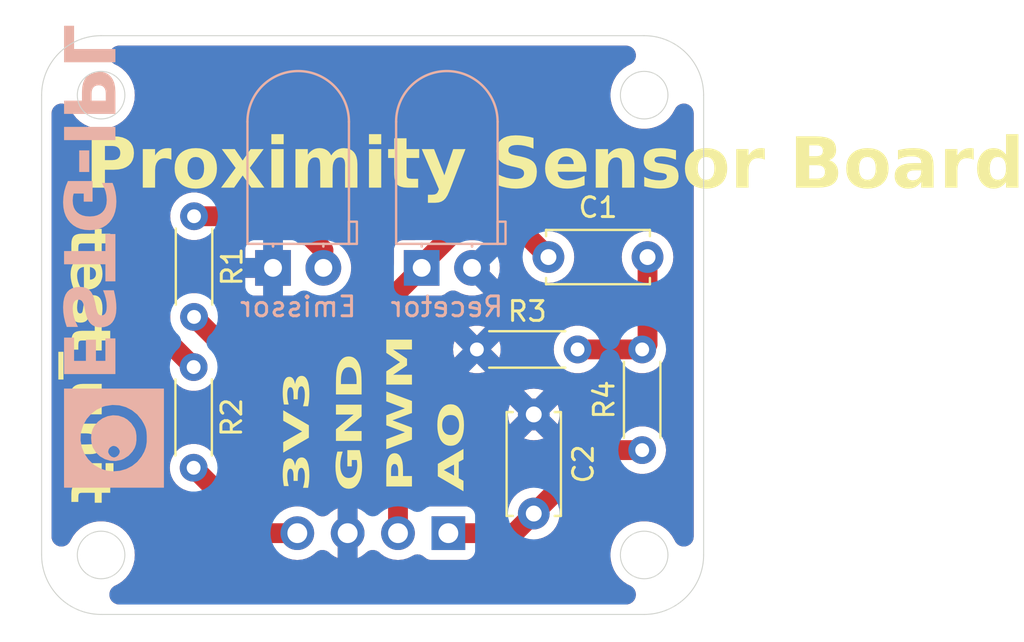
<source format=kicad_pcb>
(kicad_pcb (version 20240108) (generator "pcbnew") (generator_version "8.0")
  (layers (0 "F.Cu" signal) (31 "B.Cu" signal) (34 "B.Paste" user) (35 "F.Paste" user) (36 "B.SilkS" user "B.Silkscreen") (37 "F.SilkS" user "F.Silkscreen") (38 "B.Mask" user) (39 "F.Mask" user) (44 "Edge.Cuts" user))
  (net 0 "")
  (net 1 "+3V3")
  (net 2 "GND")
  (net 3 "Net-(Recetor1-K)")
  (net 4 "AO")
  (net 5 "Net-(Emissor1-A)")
  (net 6 "PWM")
  (net 7 "Net-(C1-Pad2)")
  (footprint "Resistor_THT:R_Axial_DIN0204_L3.6mm_D1.6mm_P5.08mm_Horizontal" (layer "F.Cu") (at 142.67 95.02 -90)
    (property "Reference" "R2" (at 2.54 -1.92 90) (layer "F.SilkS"))
    (property "Value" "100k")
    (fp_line (start 0.62 0.92) (end 4.46 0.92) (stroke (width 0.12)) (layer "F.SilkS"))
    (fp_line (start 0.62 -0.92) (end 4.46 -0.92) (stroke (width 0.12)) (layer "F.SilkS"))
    (pad "1" thru_hole circle (at 0 0 270) (size 1.4 1.4) (drill 0.7) (layers "*.Cu" "*.Mask") (net 3 "Net-(Recetor1-K)"))
    (pad "2" thru_hole oval (at 5.08 0 270) (size 1.4 1.4) (drill 0.7) (layers "*.Cu" "*.Mask") (net 1 "+3V3"))
  )
  (footprint "Connector_PinHeader_2.54mm:PinHeader_1x04_P2.54mm_Horizontal" (layer "F.Cu") (at 155.52 103.4 -90)
    (property "Reference" "J1" (hide yes))
    (property "Value" "Conn_01x04_Socket" (hide yes))
    (pad "1" thru_hole rect (at 0 0 270) (size 1.7 1.7) (drill 1) (layers "*.Cu" "*.Mask") (net 4 "AO"))
    (pad "2" thru_hole oval (at 0 2.54 270) (size 1.7 1.7) (drill 1) (layers "*.Cu" "*.Mask") (net 6 "PWM"))
    (pad "3" thru_hole oval (at 0 5.08 270) (size 1.7 1.7) (drill 1) (layers "*.Cu" "*.Mask") (net 2 "GND"))
    (pad "4" thru_hole oval (at 0 7.62 270) (size 1.7 1.7) (drill 1) (layers "*.Cu" "*.Mask") (net 1 "+3V3"))
  )
  (footprint "Resistor_THT:R_Axial_DIN0204_L3.6mm_D1.6mm_P5.08mm_Horizontal" (layer "F.Cu") (at 165.3 99.21 90)
    (property "Reference" "R4" (at 2.54 -1.92 90) (layer "F.SilkS"))
    (property "Value" "100k")
    (fp_line (start 0.62 -0.92) (end 4.46 -0.92) (stroke (width 0.12)) (layer "F.SilkS"))
    (fp_line (start 0.62 0.92) (end 4.46 0.92) (stroke (width 0.12)) (layer "F.SilkS"))
    (pad "1" thru_hole circle (at 0 0 90) (size 1.4 1.4) (drill 0.7) (layers "*.Cu" "*.Mask") (net 4 "AO"))
    (pad "2" thru_hole oval (at 5.08 0 90) (size 1.4 1.4) (drill 0.7) (layers "*.Cu" "*.Mask") (net 7 "Net-(C1-Pad2)"))
  )
  (footprint "Capacitor_THT:C_Disc_D5.0mm_W2.5mm_P5.00mm" (layer "F.Cu") (at 159.83 97.41 -90)
    (property "Reference" "C2" (at 2.5 -2.5 90) (layer "F.SilkS"))
    (property "Value" "100nF")
    (fp_line (start -0.12 1.37) (end 5.12 1.37) (stroke (width 0.12)) (layer "F.SilkS"))
    (fp_line (start -0.12 1.055) (end -0.12 1.37) (stroke (width 0.12)) (layer "F.SilkS"))
    (fp_line (start 5.12 1.055) (end 5.12 1.37) (stroke (width 0.12)) (layer "F.SilkS"))
    (fp_line (start -0.12 -1.37) (end -0.12 -1.055) (stroke (width 0.12)) (layer "F.SilkS"))
    (fp_line (start -0.12 -1.37) (end 5.12 -1.37) (stroke (width 0.12)) (layer "F.SilkS"))
    (fp_line (start 5.12 -1.37) (end 5.12 -1.055) (stroke (width 0.12)) (layer "F.SilkS"))
    (pad "1" thru_hole circle (at 0 0 270) (size 1.6 1.6) (drill 0.8) (layers "*.Cu" "*.Mask") (net 2 "GND"))
    (pad "2" thru_hole circle (at 5 0 270) (size 1.6 1.6) (drill 0.8) (layers "*.Cu" "*.Mask") (net 4 "AO"))
  )
  (footprint "Resistor_THT:R_Axial_DIN0204_L3.6mm_D1.6mm_P5.08mm_Horizontal" (layer "F.Cu") (at 156.96 94.13)
    (property "Reference" "R3" (at 2.54 -1.92 0) (layer "F.SilkS"))
    (property "Value" "100k")
    (fp_line (start 0.62 -0.92) (end 4.46 -0.92) (stroke (width 0.12)) (layer "F.SilkS"))
    (fp_line (start 0.62 0.92) (end 4.46 0.92) (stroke (width 0.12)) (layer "F.SilkS"))
    (pad "1" thru_hole circle (at 0 0) (size 1.4 1.4) (drill 0.7) (layers "*.Cu" "*.Mask") (net 2 "GND"))
    (pad "2" thru_hole oval (at 5.08 0) (size 1.4 1.4) (drill 0.7) (layers "*.Cu" "*.Mask") (net 7 "Net-(C1-Pad2)"))
  )
  (footprint "Resistor_THT:R_Axial_DIN0204_L3.6mm_D1.6mm_P5.08mm_Horizontal" (layer "F.Cu") (at 142.69 87.41 -90)
    (property "Reference" "R1" (at 2.54 -1.92 90) (layer "F.SilkS"))
    (property "Value" "100k")
    (fp_line (start 0.62 0.92) (end 4.46 0.92) (stroke (width 0.12)) (layer "F.SilkS"))
    (fp_line (start 0.62 -0.92) (end 4.46 -0.92) (stroke (width 0.12)) (layer "F.SilkS"))
    (pad "1" thru_hole circle (at 0 0 270) (size 1.4 1.4) (drill 0.7) (layers "*.Cu" "*.Mask") (net 5 "Net-(Emissor1-A)"))
    (pad "2" thru_hole oval (at 5.08 0 270) (size 1.4 1.4) (drill 0.7) (layers "*.Cu" "*.Mask") (net 6 "PWM"))
  )
  (footprint "Capacitor_THT:C_Disc_D5.0mm_W2.5mm_P5.00mm" (layer "F.Cu") (at 160.57 89.47)
    (property "Reference" "C1" (at 2.5 -2.5 0) (layer "F.SilkS"))
    (property "Value" "100nF")
    (fp_line (start -0.12 -1.37) (end -0.12 -1.055) (stroke (width 0.12)) (layer "F.SilkS"))
    (fp_line (start -0.12 -1.37) (end 5.12 -1.37) (stroke (width 0.12)) (layer "F.SilkS"))
    (fp_line (start -0.12 1.055) (end -0.12 1.37) (stroke (width 0.12)) (layer "F.SilkS"))
    (fp_line (start -0.12 1.37) (end 5.12 1.37) (stroke (width 0.12)) (layer "F.SilkS"))
    (fp_line (start 5.12 -1.37) (end 5.12 -1.055) (stroke (width 0.12)) (layer "F.SilkS"))
    (fp_line (start 5.12 1.055) (end 5.12 1.37) (stroke (width 0.12)) (layer "F.SilkS"))
    (pad "1" thru_hole circle (at 0 0) (size 1.6 1.6) (drill 0.8) (layers "*.Cu" "*.Mask") (net 3 "Net-(Recetor1-K)"))
    (pad "2" thru_hole circle (at 5 0) (size 1.6 1.6) (drill 0.8) (layers "*.Cu" "*.Mask") (net 7 "Net-(C1-Pad2)"))
  )
  (footprint "LED_THT:LED_D5.0mm_Horizontal_O1.27mm_Z3.0mm_Clear" (layer "B.Cu") (at 146.675 90.015)
    (property "Reference" "Emissor" (at 1.27 1.96 0) (layer "B.SilkS") (effects (justify mirror)))
    (property "Value" "IR204A")
    (fp_line (start -1.29 -7.37) (end -1.29 -1.21) (stroke (width 0.12)) (layer "B.SilkS"))
    (fp_line (start 0 -1.21) (end 0 -1.21) (stroke (width 0.12)) (layer "B.SilkS"))
    (fp_line (start 0 -1.21) (end 0 -1.08) (stroke (width 0.12)) (layer "B.SilkS"))
    (fp_line (start 0 -1.08) (end 0 -1.21) (stroke (width 0.12)) (layer "B.SilkS"))
    (fp_line (start 0 -1.08) (end 0 -1.08) (stroke (width 0.12)) (layer "B.SilkS"))
    (fp_line (start 2.54 -1.21) (end 2.54 -1.21) (stroke (width 0.12)) (layer "B.SilkS"))
    (fp_line (start 2.54 -1.21) (end 2.54 -1.08) (stroke (width 0.12)) (layer "B.SilkS"))
    (fp_line (start 2.54 -1.08) (end 2.54 -1.21) (stroke (width 0.12)) (layer "B.SilkS"))
    (fp_line (start 2.54 -1.08) (end 2.54 -1.08) (stroke (width 0.12)) (layer "B.SilkS"))
    (fp_line (start 3.83 -7.37) (end 3.83 -1.21) (stroke (width 0.12)) (layer "B.SilkS"))
    (fp_line (start 3.83 -2.33) (end 4.23 -2.33) (stroke (width 0.12)) (layer "B.SilkS"))
    (fp_line (start 3.83 -1.21) (end -1.29 -1.21) (stroke (width 0.12)) (layer "B.SilkS"))
    (fp_line (start 3.83 -1.21) (end 3.83 -2.33) (stroke (width 0.12)) (layer "B.SilkS"))
    (fp_line (start 4.23 -2.33) (end 4.23 -1.21) (stroke (width 0.12)) (layer "B.SilkS"))
    (fp_line (start 4.23 -1.21) (end 3.83 -1.21) (stroke (width 0.12)) (layer "B.SilkS"))
    (fp_arc (start -1.29 -7.37) (mid 1.27 -9.93) (end 3.83 -7.37) (stroke (width 0.12)) (layer "B.SilkS"))
    (pad "1" thru_hole rect (at 0 0) (size 1.8 1.8) (drill 0.9) (layers "*.Cu" "*.Mask") (net 2 "GND"))
    (pad "2" thru_hole circle (at 2.54 0) (size 1.8 1.8) (drill 0.9) (layers "*.Cu" "*.Mask") (net 5 "Net-(Emissor1-A)"))
  )
  (footprint "LOGO" (layer "B.Cu") (at 138.670016 98.604578 90)
    (property "Reference" "G***" (hide yes))
    (property "Value" "LOGO" (hide yes))
    (fp_poly (pts (xy 2.500923 -0.019538) (xy 2.500923 -2.54) (xy 0 -2.54) (xy -2.500923 -2.54) (xy -2.500923 -0.044539) (xy -1.674774 -0.044539) (xy -1.640412 -0.373351) (xy -1.540809 -0.691696) (xy -1.374224 -0.988542) (xy -1.313562 -1.068506) (xy -1.061763 -1.322363) (xy -0.771087 -1.515764) (xy -0.452424 -1.644662) (xy -0.116659 -1.705013) (xy 0.225319 -1.692767) (xy 0.320461 -1.67583) (xy 0.661685 -1.56633) (xy 0.967138 -1.393016) (xy 1.228376 -1.163845) (xy 1.436958 -0.886773) (xy 1.584442 -0.569756) (xy 1.620037 -0.450943) (xy 1.67354 -0.096729) (xy 1.65316 0.249816) (xy 1.563152 0.579516) (xy 1.407771 0.883194) (xy 1.191275 1.151674) (xy 0.917917 1.375781) (xy 0.720279 1.489141) (xy 0.575806 1.555057) (xy 0.449712 1.596214) (xy 0.31135 1.619759) (xy 0.130075 1.632835) (xy 0.097544 1.634323) (xy -0.199828 1.632127) (xy -0.451926 1.592226) (xy -0.685269 1.507804) (xy -0.926375 1.372042) (xy -0.928863 1.370436) (xy -1.194608 1.154757) (xy -1.403811 0.894389) (xy -1.554733 0.600363) (xy -1.645634 0.28371) (xy -1.674774 -0.044539) (xy -2.500923 -0.044539) (xy -2.500923 -0.019538) (xy -2.500923 2.500923) (xy 0 2.500923) (xy 2.500923 2.500923)) (fill solid) (layer "B.SilkS"))
    (fp_poly (pts (xy 0.129554 1.114539) (xy 0.344688 1.080893) (xy 0.497144 1.025061) (xy 0.750518 0.856142) (xy 0.941697 0.648396) (xy 1.042655 0.477413) (xy 1.133606 0.207913) (xy 1.153649 -0.069327) (xy 1.107397 -0.341918) (xy 0.99946 -0.597475) (xy 0.83445 -0.823611) (xy 0.616978 -1.00794) (xy 0.456821 -1.09625) (xy 0.254463 -1.155294) (xy 0.016016 -1.174832) (xy -0.227511 -1.155434) (xy -0.44511 -1.097668) (xy -0.488462 -1.078904) (xy -0.732255 -0.923233) (xy -0.925253 -0.71845) (xy -1.062968 -0.477122) (xy -1.14091 -0.211819) (xy -1.150417 -0.019538) (xy -0.976923 -0.019538) (xy -0.942569 -0.134033) (xy -0.856359 -0.236298) (xy -0.743568 -0.30152) (xy -0.678372 -0.312615) (xy -0.572661 -0.286007) (xy -0.481211 -0.227649) (xy -0.408829 -0.118683) (xy -0.39077 -0.030489) (xy -0.424167 0.089952) (xy -0.50847 0.195874) (xy -0.619845 0.262551) (xy -0.683847 0.273539) (xy -0.781281 0.246447) (xy -0.877647 0.180924) (xy -0.881007 0.177623) (xy -0.947647 0.082386) (xy -0.976867 -0.015997) (xy -0.976923 -0.019538) (xy -1.150417 -0.019538) (xy -1.154592 0.064889) (xy -1.099525 0.340434) (xy -1.043742 0.47602) (xy -0.888538 0.717468) (xy -0.679289 0.912038) (xy -0.497145 1.025061) (xy -0.320635 1.086623) (xy -0.101978 1.116448)) (fill solid) (layer "B.SilkS"))
  )
  (footprint "LED_THT:LED_D5.0mm_Horizontal_O1.27mm_Z3.0mm_IRBlack" (layer "B.Cu") (at 154.175 90.015)
    (property "Reference" "Recetor" (at 1.27 1.96 0) (layer "B.SilkS") (effects (justify mirror)))
    (property "Value" "AA")
    (fp_line (start -1.29 -7.37) (end -1.29 -1.21) (stroke (width 0.12)) (layer "B.SilkS"))
    (fp_line (start 0 -1.21) (end 0 -1.21) (stroke (width 0.12)) (layer "B.SilkS"))
    (fp_line (start 0 -1.21) (end 0 -1.08) (stroke (width 0.12)) (layer "B.SilkS"))
    (fp_line (start 0 -1.08) (end 0 -1.21) (stroke (width 0.12)) (layer "B.SilkS"))
    (fp_line (start 0 -1.08) (end 0 -1.08) (stroke (width 0.12)) (layer "B.SilkS"))
    (fp_line (start 2.54 -1.21) (end 2.54 -1.21) (stroke (width 0.12)) (layer "B.SilkS"))
    (fp_line (start 2.54 -1.21) (end 2.54 -1.08) (stroke (width 0.12)) (layer "B.SilkS"))
    (fp_line (start 2.54 -1.08) (end 2.54 -1.21) (stroke (width 0.12)) (layer "B.SilkS"))
    (fp_line (start 2.54 -1.08) (end 2.54 -1.08) (stroke (width 0.12)) (layer "B.SilkS"))
    (fp_line (start 3.83 -7.37) (end 3.83 -1.21) (stroke (width 0.12)) (layer "B.SilkS"))
    (fp_line (start 3.83 -2.33) (end 4.23 -2.33) (stroke (width 0.12)) (layer "B.SilkS"))
    (fp_line (start 3.83 -1.21) (end -1.29 -1.21) (stroke (width 0.12)) (layer "B.SilkS"))
    (fp_line (start 3.83 -1.21) (end 3.83 -2.33) (stroke (width 0.12)) (layer "B.SilkS"))
    (fp_line (start 4.23 -2.33) (end 4.23 -1.21) (stroke (width 0.12)) (layer "B.SilkS"))
    (fp_line (start 4.23 -1.21) (end 3.83 -1.21) (stroke (width 0.12)) (layer "B.SilkS"))
    (fp_arc (start -1.29 -7.37) (mid 1.27 -9.93) (end 3.83 -7.37) (stroke (width 0.12)) (layer "B.SilkS"))
    (pad "1" thru_hole rect (at 0 0) (size 1.8 1.8) (drill 0.9) (layers "*.Cu" "*.Mask") (net 3 "Net-(Recetor1-K)"))
    (pad "2" thru_hole circle (at 2.54 0) (size 1.8 1.8) (drill 0.9) (layers "*.Cu" "*.Mask") (net 2 "GND"))
  )
  (gr_line (start 138 78.3) (end 165.4 78.3) (stroke (width 0.05)) (layer "Edge.Cuts"))
  (gr_circle (center 138 104.5) (end 139.2 104.5) (stroke (width 0.05)) (fill none) (layer "Edge.Cuts"))
  (gr_arc (start 135 81.3) (mid 135.87868 79.17868) (end 138 78.3) (stroke (width 0.05)) (layer "Edge.Cuts"))
  (gr_arc (start 165.4 78.3) (mid 167.52132 79.17868) (end 168.4 81.3) (stroke (width 0.05)) (layer "Edge.Cuts"))
  (gr_circle (center 138 81.3) (end 139.2 81.3) (stroke (width 0.05)) (fill none) (layer "Edge.Cuts"))
  (gr_circle (center 165.4 104.5) (end 166.6 104.5) (stroke (width 0.05)) (fill none) (layer "Edge.Cuts"))
  (gr_line (start 168.4 81.3) (end 168.4 104.5) (stroke (width 0.05)) (layer "Edge.Cuts"))
  (gr_arc (start 138 107.5) (mid 135.87868 106.62132) (end 135 104.5) (stroke (width 0.05)) (layer "Edge.Cuts"))
  (gr_circle (center 165.4 81.3) (end 166.6 81.3) (stroke (width 0.05)) (fill none) (layer "Edge.Cuts"))
  (gr_line (start 138 107.5) (end 165.4 107.5) (stroke (width 0.05)) (layer "Edge.Cuts"))
  (gr_arc (start 168.4 104.5) (mid 167.52132 106.62132) (end 165.4 107.5) (stroke (width 0.05)) (layer "Edge.Cuts"))
  (gr_line (start 135 81.3) (end 135 104.5) (stroke (width 0.05)) (layer "Edge.Cuts"))
  (gr_text "ESTG-IPL" (at 135.7 95.7 -90) (layer "B.SilkS") (effects (font (size 2.54 2.54) (thickness 0.3) (bold yes)) (justify left bottom mirror)))
  (gr_text "AO" (at 156.5 101.3 90) (layer "F.SilkS") (effects (font (size 1.27 2) (thickness 0.25) (bold yes)) (justify left bottom)))
  (gr_text "test_unit" (at 136.16 88.01 -90) (layer "F.SilkS") (effects (font (size 2 2) (thickness 0.3) (bold yes)) (justify left bottom)))
  (gr_text "3V3" (at 148.7 101.3 90) (layer "F.SilkS") (effects (font (size 1.27 2) (thickness 0.25) (bold yes)) (justify left bottom)))
  (gr_text "GND" (at 151.36 101.3 90) (layer "F.SilkS") (effects (font (size 1.27 2) (thickness 0.25) (bold yes)) (justify left bottom)))
  (gr_text "PWM" (at 153.9 101.3 90) (layer "F.SilkS") (effects (font (size 1.27 2) (thickness 0.25) (bold yes)) (justify left bottom)))
  (gr_text "Proximity Sensor Board" (at 137.2 86.4 0) (layer "F.SilkS") (effects (font (size 2.54 2.54) (thickness 0.3) (bold yes)) (justify left bottom)))
  (segment (start 145.97 103.4) (end 142.67 100.1) (width 1) (layer "F.Cu") (net 1))
  (segment (start 147.9 103.4) (end 145.97 103.4) (width 1) (layer "F.Cu") (net 1))
  (segment (start 159.215 88.115) (end 160.57 89.47) (width 1) (layer "F.Cu") (net 3))
  (segment (start 154.175 90.015) (end 154.175 89.867994) (width 1) (layer "F.Cu") (net 3))
  (segment (start 144.775 91.915) (end 152.275 91.915) (width 1) (layer "F.Cu") (net 3))
  (segment (start 141.91 90.79) (end 143.65 90.79) (width 1) (layer "F.Cu") (net 3))
  (segment (start 140.99 91.71) (end 141.91 90.79) (width 1) (layer "F.Cu") (net 3))
  (segment (start 140.99 93.34) (end 140.99 91.71) (width 1) (layer "F.Cu") (net 3))
  (segment (start 154.175 89.867994) (end 155.927994 88.115) (width 1) (layer "F.Cu") (net 3))
  (segment (start 152.275 91.915) (end 154.175 90.015) (width 1) (layer "F.Cu") (net 3))
  (segment (start 155.927994 88.115) (end 159.215 88.115) (width 1) (layer "F.Cu") (net 3))
  (segment (start 143.65 90.79) (end 144.775 91.915) (width 1) (layer "F.Cu") (net 3))
  (segment (start 142.67 95.02) (end 140.99 93.34) (width 1) (layer "F.Cu") (net 3))
  (segment (start 158.84 103.4) (end 159.83 102.41) (width 1) (layer "F.Cu") (net 4))
  (segment (start 163.03 99.21) (end 159.83 102.41) (width 1) (layer "F.Cu") (net 4))
  (segment (start 155.52 103.4) (end 158.84 103.4) (width 1) (layer "F.Cu") (net 4))
  (segment (start 165.3 99.21) (end 163.03 99.21) (width 1) (layer "F.Cu") (net 4))
  (segment (start 142.69 87.41) (end 147.51 87.41) (width 1) (layer "F.Cu") (net 5))
  (segment (start 149.215 89.115) (end 149.215 90.015) (width 1) (layer "F.Cu") (net 5))
  (segment (start 147.51 87.41) (end 149.215 89.115) (width 1) (layer "F.Cu") (net 5))
  (segment (start 152.98 101.08) (end 149.7 97.8) (width 1) (layer "F.Cu") (net 6))
  (segment (start 152.98 103.4) (end 152.98 101.08) (width 1) (layer "F.Cu") (net 6))
  (segment (start 149.7 97.8) (end 148 97.8) (width 1) (layer "F.Cu") (net 6))
  (segment (start 148 97.8) (end 142.69 92.49) (width 1) (layer "F.Cu") (net 6))
  (segment (start 165.57 93.86) (end 165.3 94.13) (width 1) (layer "F.Cu") (net 7))
  (segment (start 162.04 94.13) (end 165.3 94.13) (width 1) (layer "F.Cu") (net 7))
  (segment (start 165.57 89.47) (end 165.57 93.86) (width 1) (layer "F.Cu") (net 7))
  (zone (net 2) (net_name "GND") (layers "F&B.Cu") (name "stitch_zone_0") (priority 1) (connect_pads (clearance 0.5)) (min_thickness 1) (fill yes (thermal_gap 0.5) (thermal_bridge_width 1))
    (polygon (pts (xy 132.9 76.5) (xy 170.4 76.5) (xy 170.4 108.9) (xy 132.9 108.9)))
  )
)
</source>
